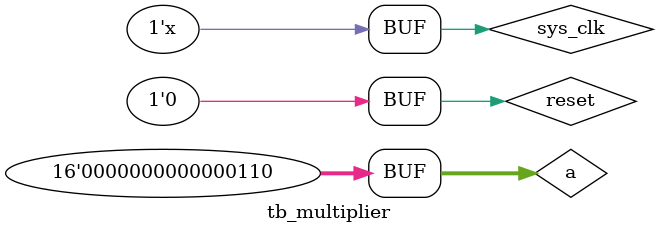
<source format=v>
`timescale 1ns / 1ns


module tb_multiplier();
    reg [15:0] a;
    reg [15:0] b;
    reg sys_clk;
    reg reset;
    wire [15:0] out;
    
    initial begin
        reset = 1'b1;
        #20
        a = 15'd6;
        b = 15'd0;
        sys_clk = 1'b0;
        reset = 1'b0;
    end
    
    always #10 sys_clk = ~sys_clk;
    
    always @ (posedge sys_clk, posedge reset) begin
        if (reset == 1'b1)
            b <= 15'd0;
        else
            b <= b + 15'd1;
    end
    
    multiplier multiplier_inst (
      .CLK(sys_clk),    // input wire CLK
      .A(a),        // input wire [15 : 0] A
      .B(b),        // input wire [15 : 0] B
      .SCLR(reset),  // input wire SCLR
      .P(out)        // output wire [31 : 0] P
    );
    
endmodule

</source>
